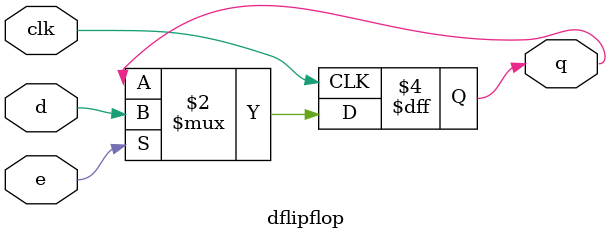
<source format=v>
module dflipflop(e,d,clk,q);
input e,clk,d;
output reg q;
always@(posedge clk) begin
	if (e)
	q<=d;

end

endmodule
</source>
